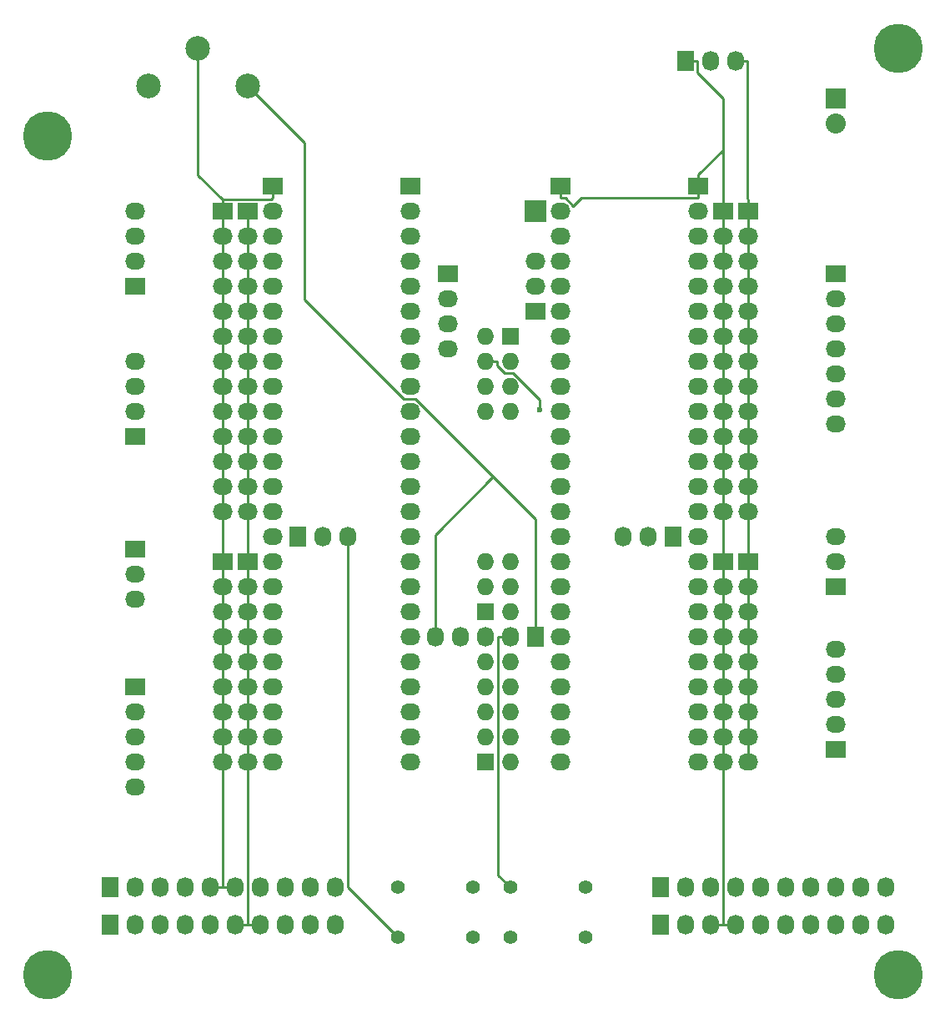
<source format=gbr>
G04 #@! TF.FileFunction,Copper,L1,Top,Signal*
%FSLAX46Y46*%
G04 Gerber Fmt 4.6, Leading zero omitted, Abs format (unit mm)*
G04 Created by KiCad (PCBNEW 4.0.4-stable) date 11/21/16 07:18:24*
%MOMM*%
%LPD*%
G01*
G04 APERTURE LIST*
%ADD10C,0.100000*%
%ADD11C,2.499360*%
%ADD12R,2.032000X1.727200*%
%ADD13O,2.032000X1.727200*%
%ADD14R,1.727200X2.032000*%
%ADD15O,1.727200X2.032000*%
%ADD16R,1.727200X1.727200*%
%ADD17O,1.727200X1.727200*%
%ADD18R,2.235200X2.235200*%
%ADD19R,2.032000X2.032000*%
%ADD20O,2.032000X2.032000*%
%ADD21C,1.397000*%
%ADD22C,5.000000*%
%ADD23C,0.600000*%
%ADD24C,0.250000*%
G04 APERTURE END LIST*
D10*
D11*
X77627440Y-40640020D03*
X82628700Y-36840180D03*
X87629960Y-40640020D03*
D12*
X85090000Y-53340000D03*
D13*
X85090000Y-55880000D03*
X85090000Y-58420000D03*
X85090000Y-60960000D03*
X85090000Y-63500000D03*
X85090000Y-66040000D03*
X85090000Y-68580000D03*
X85090000Y-71120000D03*
X85090000Y-73660000D03*
X85090000Y-76200000D03*
X85090000Y-78740000D03*
X85090000Y-81280000D03*
X85090000Y-83820000D03*
D12*
X85090000Y-88900000D03*
D13*
X85090000Y-91440000D03*
X85090000Y-93980000D03*
X85090000Y-96520000D03*
X85090000Y-99060000D03*
X85090000Y-101600000D03*
X85090000Y-104140000D03*
X85090000Y-106680000D03*
X85090000Y-109220000D03*
D12*
X87630000Y-53340000D03*
D13*
X87630000Y-55880000D03*
X87630000Y-58420000D03*
X87630000Y-60960000D03*
X87630000Y-63500000D03*
X87630000Y-66040000D03*
X87630000Y-68580000D03*
X87630000Y-71120000D03*
X87630000Y-73660000D03*
X87630000Y-76200000D03*
X87630000Y-78740000D03*
X87630000Y-81280000D03*
X87630000Y-83820000D03*
D12*
X87630000Y-88900000D03*
D13*
X87630000Y-91440000D03*
X87630000Y-93980000D03*
X87630000Y-96520000D03*
X87630000Y-99060000D03*
X87630000Y-101600000D03*
X87630000Y-104140000D03*
X87630000Y-106680000D03*
X87630000Y-109220000D03*
D14*
X92710000Y-86360000D03*
D15*
X95250000Y-86360000D03*
X97790000Y-86360000D03*
D14*
X130810000Y-86360000D03*
D15*
X128270000Y-86360000D03*
X125730000Y-86360000D03*
D14*
X132080000Y-38100000D03*
D15*
X134620000Y-38100000D03*
X137160000Y-38100000D03*
D12*
X90170000Y-50800000D03*
D13*
X90170000Y-53340000D03*
X90170000Y-55880000D03*
X90170000Y-58420000D03*
X90170000Y-60960000D03*
X90170000Y-63500000D03*
X90170000Y-66040000D03*
X90170000Y-68580000D03*
X90170000Y-71120000D03*
X90170000Y-73660000D03*
X90170000Y-76200000D03*
X90170000Y-78740000D03*
X90170000Y-81280000D03*
X90170000Y-83820000D03*
X90170000Y-86360000D03*
X90170000Y-88900000D03*
X90170000Y-91440000D03*
X90170000Y-93980000D03*
X90170000Y-96520000D03*
X90170000Y-99060000D03*
X90170000Y-101600000D03*
X90170000Y-104140000D03*
X90170000Y-106680000D03*
X90170000Y-109220000D03*
D12*
X104140000Y-50800000D03*
D13*
X104140000Y-53340000D03*
X104140000Y-55880000D03*
X104140000Y-58420000D03*
X104140000Y-60960000D03*
X104140000Y-63500000D03*
X104140000Y-66040000D03*
X104140000Y-68580000D03*
X104140000Y-71120000D03*
X104140000Y-73660000D03*
X104140000Y-76200000D03*
X104140000Y-78740000D03*
X104140000Y-81280000D03*
X104140000Y-83820000D03*
X104140000Y-86360000D03*
X104140000Y-88900000D03*
X104140000Y-91440000D03*
X104140000Y-93980000D03*
X104140000Y-96520000D03*
X104140000Y-99060000D03*
X104140000Y-101600000D03*
X104140000Y-104140000D03*
X104140000Y-106680000D03*
X104140000Y-109220000D03*
D12*
X76200000Y-87630000D03*
D13*
X76200000Y-90170000D03*
X76200000Y-92710000D03*
D12*
X119380000Y-50800000D03*
D13*
X119380000Y-53340000D03*
X119380000Y-55880000D03*
X119380000Y-58420000D03*
X119380000Y-60960000D03*
X119380000Y-63500000D03*
X119380000Y-66040000D03*
X119380000Y-68580000D03*
X119380000Y-71120000D03*
X119380000Y-73660000D03*
X119380000Y-76200000D03*
X119380000Y-78740000D03*
X119380000Y-81280000D03*
X119380000Y-83820000D03*
X119380000Y-86360000D03*
X119380000Y-88900000D03*
X119380000Y-91440000D03*
X119380000Y-93980000D03*
X119380000Y-96520000D03*
X119380000Y-99060000D03*
X119380000Y-101600000D03*
X119380000Y-104140000D03*
X119380000Y-106680000D03*
X119380000Y-109220000D03*
D12*
X133350000Y-50800000D03*
D13*
X133350000Y-53340000D03*
X133350000Y-55880000D03*
X133350000Y-58420000D03*
X133350000Y-60960000D03*
X133350000Y-63500000D03*
X133350000Y-66040000D03*
X133350000Y-68580000D03*
X133350000Y-71120000D03*
X133350000Y-73660000D03*
X133350000Y-76200000D03*
X133350000Y-78740000D03*
X133350000Y-81280000D03*
X133350000Y-83820000D03*
X133350000Y-86360000D03*
X133350000Y-88900000D03*
X133350000Y-91440000D03*
X133350000Y-93980000D03*
X133350000Y-96520000D03*
X133350000Y-99060000D03*
X133350000Y-101600000D03*
X133350000Y-104140000D03*
X133350000Y-106680000D03*
X133350000Y-109220000D03*
D12*
X135890000Y-53340000D03*
D13*
X135890000Y-55880000D03*
X135890000Y-58420000D03*
X135890000Y-60960000D03*
X135890000Y-63500000D03*
X135890000Y-66040000D03*
X135890000Y-68580000D03*
X135890000Y-71120000D03*
X135890000Y-73660000D03*
X135890000Y-76200000D03*
X135890000Y-78740000D03*
X135890000Y-81280000D03*
X135890000Y-83820000D03*
D12*
X135890000Y-88900000D03*
D13*
X135890000Y-91440000D03*
X135890000Y-93980000D03*
X135890000Y-96520000D03*
X135890000Y-99060000D03*
X135890000Y-101600000D03*
X135890000Y-104140000D03*
X135890000Y-106680000D03*
X135890000Y-109220000D03*
D12*
X138430000Y-53340000D03*
D13*
X138430000Y-55880000D03*
X138430000Y-58420000D03*
X138430000Y-60960000D03*
X138430000Y-63500000D03*
X138430000Y-66040000D03*
X138430000Y-68580000D03*
X138430000Y-71120000D03*
X138430000Y-73660000D03*
X138430000Y-76200000D03*
X138430000Y-78740000D03*
X138430000Y-81280000D03*
X138430000Y-83820000D03*
D12*
X138430000Y-88900000D03*
D13*
X138430000Y-91440000D03*
X138430000Y-93980000D03*
X138430000Y-96520000D03*
X138430000Y-99060000D03*
X138430000Y-101600000D03*
X138430000Y-104140000D03*
X138430000Y-106680000D03*
X138430000Y-109220000D03*
D12*
X116840000Y-63500000D03*
D13*
X116840000Y-60960000D03*
X116840000Y-58420000D03*
D12*
X76200000Y-76200000D03*
D13*
X76200000Y-73660000D03*
X76200000Y-71120000D03*
X76200000Y-68580000D03*
D16*
X114300000Y-66040000D03*
D17*
X111760000Y-66040000D03*
X114300000Y-68580000D03*
X111760000Y-68580000D03*
X114300000Y-71120000D03*
X111760000Y-71120000D03*
X114300000Y-73660000D03*
X111760000Y-73660000D03*
D16*
X111760000Y-93980000D03*
D17*
X114300000Y-93980000D03*
X111760000Y-91440000D03*
X114300000Y-91440000D03*
X111760000Y-88900000D03*
X114300000Y-88900000D03*
D16*
X111760000Y-109220000D03*
D17*
X114300000Y-109220000D03*
X111760000Y-106680000D03*
X114300000Y-106680000D03*
X111760000Y-104140000D03*
X114300000Y-104140000D03*
X111760000Y-101600000D03*
X114300000Y-101600000D03*
X111760000Y-99060000D03*
X114300000Y-99060000D03*
D18*
X116840000Y-53340000D03*
D19*
X147320000Y-41910000D03*
D20*
X147320000Y-44450000D03*
D12*
X147320000Y-59690000D03*
D13*
X147320000Y-62230000D03*
X147320000Y-64770000D03*
X147320000Y-67310000D03*
X147320000Y-69850000D03*
X147320000Y-72390000D03*
X147320000Y-74930000D03*
D12*
X76200000Y-101600000D03*
D13*
X76200000Y-104140000D03*
X76200000Y-106680000D03*
X76200000Y-109220000D03*
X76200000Y-111760000D03*
D14*
X116840000Y-96520000D03*
D15*
X114300000Y-96520000D03*
X111760000Y-96520000D03*
X109220000Y-96520000D03*
X106680000Y-96520000D03*
D12*
X107950000Y-59690000D03*
D13*
X107950000Y-62230000D03*
X107950000Y-64770000D03*
X107950000Y-67310000D03*
D12*
X76200000Y-60960000D03*
D13*
X76200000Y-58420000D03*
X76200000Y-55880000D03*
X76200000Y-53340000D03*
D12*
X147320000Y-107950000D03*
D13*
X147320000Y-105410000D03*
X147320000Y-102870000D03*
X147320000Y-100330000D03*
X147320000Y-97790000D03*
D14*
X73660000Y-121920000D03*
D15*
X76200000Y-121920000D03*
X78740000Y-121920000D03*
X81280000Y-121920000D03*
X83820000Y-121920000D03*
X86360000Y-121920000D03*
X88900000Y-121920000D03*
X91440000Y-121920000D03*
X93980000Y-121920000D03*
X96520000Y-121920000D03*
D14*
X73660000Y-125730000D03*
D15*
X76200000Y-125730000D03*
X78740000Y-125730000D03*
X81280000Y-125730000D03*
X83820000Y-125730000D03*
X86360000Y-125730000D03*
X88900000Y-125730000D03*
X91440000Y-125730000D03*
X93980000Y-125730000D03*
X96520000Y-125730000D03*
D14*
X129540000Y-121920000D03*
D15*
X132080000Y-121920000D03*
X134620000Y-121920000D03*
X137160000Y-121920000D03*
X139700000Y-121920000D03*
X142240000Y-121920000D03*
X144780000Y-121920000D03*
X147320000Y-121920000D03*
X149860000Y-121920000D03*
X152400000Y-121920000D03*
D14*
X129540000Y-125730000D03*
D15*
X132080000Y-125730000D03*
X134620000Y-125730000D03*
X137160000Y-125730000D03*
X139700000Y-125730000D03*
X142240000Y-125730000D03*
X144780000Y-125730000D03*
X147320000Y-125730000D03*
X149860000Y-125730000D03*
X152400000Y-125730000D03*
D21*
X110490000Y-121920000D03*
X110490000Y-127000000D03*
X102870000Y-121920000D03*
X102870000Y-127000000D03*
X121920000Y-121920000D03*
X121920000Y-127000000D03*
X114300000Y-121920000D03*
X114300000Y-127000000D03*
D12*
X147320000Y-91440000D03*
D13*
X147320000Y-88900000D03*
X147320000Y-86360000D03*
D22*
X153670000Y-36830000D03*
X67310000Y-45720000D03*
X67310000Y-130810000D03*
X153670000Y-130810000D03*
D23*
X117347000Y-73487200D03*
D24*
X93392600Y-46402600D02*
X87630000Y-40640000D01*
X93392600Y-62269100D02*
X93392600Y-46402600D01*
X103514000Y-72390000D02*
X93392600Y-62269100D01*
X104705000Y-72390000D02*
X103514000Y-72390000D01*
X112596000Y-80280600D02*
X104705000Y-72390000D01*
X106680000Y-86196100D02*
X106680000Y-96520000D01*
X112596000Y-80280600D02*
X106680000Y-86196100D01*
X116840000Y-84525100D02*
X112596000Y-80280600D01*
X138349000Y-38100000D02*
X137160000Y-38100000D01*
X138349000Y-52070000D02*
X138349000Y-38100000D01*
X138430000Y-52151100D02*
X138349000Y-52070000D01*
X138430000Y-53340000D02*
X138430000Y-52151100D01*
X85090000Y-121920000D02*
X85090000Y-109220000D01*
X85090000Y-88900000D02*
X85090000Y-83820000D01*
X138430000Y-88900000D02*
X138430000Y-83820000D01*
X85090000Y-109220000D02*
X85090000Y-106680000D01*
X138430000Y-109220000D02*
X138430000Y-106680000D01*
X138430000Y-106680000D02*
X138430000Y-104140000D01*
X82628700Y-49689800D02*
X82628700Y-36840200D01*
X85090000Y-52151100D02*
X82628700Y-49689800D01*
X85090000Y-52151000D02*
X85090000Y-52151100D01*
X90007900Y-52151000D02*
X85090000Y-52151000D01*
X90170000Y-51988900D02*
X90007900Y-52151000D01*
X90170000Y-50800000D02*
X90170000Y-51988900D01*
X85090000Y-58420000D02*
X85090000Y-55880000D01*
X138430000Y-60960000D02*
X138430000Y-58420000D01*
X138430000Y-73660000D02*
X138430000Y-71120000D01*
X138430000Y-71120000D02*
X138430000Y-68580000D01*
X138430000Y-68580000D02*
X138430000Y-66040000D01*
X138430000Y-83820000D02*
X138430000Y-81280000D01*
X138430000Y-81280000D02*
X138430000Y-78740000D01*
X138430000Y-104140000D02*
X138430000Y-101600000D01*
X138430000Y-101600000D02*
X138430000Y-99060000D01*
X138430000Y-78740000D02*
X138430000Y-76200000D01*
X138430000Y-76200000D02*
X138430000Y-73660000D01*
X85090000Y-99060000D02*
X85090000Y-96520000D01*
X85090000Y-96520000D02*
X85090000Y-93980000D01*
X85090000Y-63500000D02*
X85090000Y-60960000D01*
X85090000Y-60960000D02*
X85090000Y-58420000D01*
X138430000Y-66040000D02*
X138430000Y-63500000D01*
X138430000Y-63500000D02*
X138430000Y-60960000D01*
X85090000Y-68580000D02*
X85090000Y-66040000D01*
X85090000Y-66040000D02*
X85090000Y-63500000D01*
X138430000Y-93980000D02*
X138430000Y-91440000D01*
X138430000Y-91440000D02*
X138430000Y-88900000D01*
X85090000Y-93980000D02*
X85090000Y-91440000D01*
X85090000Y-91440000D02*
X85090000Y-88900000D01*
X85090000Y-73660000D02*
X85090000Y-71120000D01*
X85090000Y-71120000D02*
X85090000Y-68580000D01*
X138430000Y-99060000D02*
X138430000Y-96520000D01*
X138430000Y-96520000D02*
X138430000Y-93980000D01*
X85090000Y-78740000D02*
X85090000Y-76200000D01*
X85090000Y-76200000D02*
X85090000Y-73660000D01*
X85090000Y-83820000D02*
X85090000Y-81280000D01*
X85090000Y-81280000D02*
X85090000Y-78740000D01*
X86360000Y-121920000D02*
X85090000Y-121920000D01*
X85090000Y-121920000D02*
X83820000Y-121920000D01*
X138430000Y-58420000D02*
X138430000Y-55880000D01*
X138430000Y-55880000D02*
X138430000Y-53340000D01*
X85090000Y-55880000D02*
X85090000Y-53340000D01*
X85090000Y-53340000D02*
X85090000Y-52151100D01*
X85090000Y-106680000D02*
X85090000Y-104140000D01*
X85090000Y-104140000D02*
X85090000Y-101600000D01*
X85090000Y-101600000D02*
X85090000Y-99060000D01*
X87630000Y-125730000D02*
X87630000Y-109220000D01*
X135890000Y-125730000D02*
X135890000Y-109220000D01*
X120731000Y-52819700D02*
X119900000Y-51988900D01*
X121562000Y-51988900D02*
X120731000Y-52819700D01*
X133350000Y-51988900D02*
X121562000Y-51988900D01*
X133350000Y-50800000D02*
X133350000Y-51988900D01*
X87630000Y-88900000D02*
X87630000Y-83820000D01*
X135890000Y-88900000D02*
X135890000Y-83820000D01*
X87630000Y-109220000D02*
X87630000Y-106680000D01*
X135890000Y-109220000D02*
X135890000Y-106680000D01*
X135890000Y-106680000D02*
X135890000Y-104140000D01*
X135890000Y-104140000D02*
X135890000Y-101600000D01*
X135890000Y-101600000D02*
X135890000Y-99060000D01*
X135890000Y-73660000D02*
X135890000Y-71120000D01*
X135890000Y-71120000D02*
X135890000Y-68580000D01*
X135890000Y-68580000D02*
X135890000Y-66040000D01*
X135890000Y-83820000D02*
X135890000Y-81280000D01*
X135890000Y-81280000D02*
X135890000Y-78740000D01*
X135890000Y-78740000D02*
X135890000Y-76200000D01*
X135890000Y-76200000D02*
X135890000Y-73660000D01*
X135890000Y-99060000D02*
X135890000Y-96520000D01*
X135890000Y-96520000D02*
X135890000Y-93980000D01*
X87630000Y-63500000D02*
X87630000Y-60960000D01*
X135890000Y-66040000D02*
X135890000Y-63500000D01*
X135890000Y-63500000D02*
X135890000Y-60960000D01*
X87630000Y-68580000D02*
X87630000Y-66040000D01*
X87630000Y-66040000D02*
X87630000Y-63500000D01*
X135890000Y-93980000D02*
X135890000Y-91440000D01*
X135890000Y-91440000D02*
X135890000Y-88900000D01*
X87630000Y-93980000D02*
X87630000Y-91440000D01*
X87630000Y-91440000D02*
X87630000Y-88900000D01*
X87630000Y-73660000D02*
X87630000Y-71120000D01*
X87630000Y-71120000D02*
X87630000Y-68580000D01*
X87630000Y-78740000D02*
X87630000Y-76200000D01*
X87630000Y-76200000D02*
X87630000Y-73660000D01*
X87630000Y-83820000D02*
X87630000Y-81280000D01*
X87630000Y-81280000D02*
X87630000Y-78740000D01*
X88900000Y-125730000D02*
X87630000Y-125730000D01*
X87630000Y-125730000D02*
X86360000Y-125730000D01*
X137160000Y-125730000D02*
X135890000Y-125730000D01*
X135890000Y-125730000D02*
X134620000Y-125730000D01*
X135890000Y-60960000D02*
X135890000Y-58420000D01*
X87630000Y-101600000D02*
X87630000Y-99060000D01*
X87630000Y-106680000D02*
X87630000Y-104140000D01*
X87630000Y-104140000D02*
X87630000Y-101600000D01*
X87630000Y-99060000D02*
X87630000Y-96520000D01*
X87630000Y-96520000D02*
X87630000Y-93980000D01*
X135890000Y-58420000D02*
X135890000Y-55880000D01*
X135890000Y-55880000D02*
X135890000Y-53340000D01*
X87630000Y-60960000D02*
X87630000Y-58420000D01*
X87630000Y-58420000D02*
X87630000Y-55880000D01*
X87630000Y-55880000D02*
X87630000Y-53340000D01*
X135890000Y-41910000D02*
X135890000Y-47143100D01*
X133269000Y-39288900D02*
X135890000Y-41910000D01*
X133269000Y-38100000D02*
X133269000Y-39288900D01*
X132080000Y-38100000D02*
X133269000Y-38100000D01*
X135890000Y-47143100D02*
X135890000Y-53340000D01*
X133422000Y-49611100D02*
X133350000Y-49611100D01*
X135890000Y-47143100D02*
X133422000Y-49611100D01*
X133350000Y-50800000D02*
X133350000Y-49611100D01*
X97790000Y-121920000D02*
X102870000Y-127000000D01*
X97790000Y-86360000D02*
X97790000Y-121920000D01*
X117347000Y-72484900D02*
X117347000Y-73487200D01*
X114631000Y-69768900D02*
X117347000Y-72484900D01*
X113766000Y-69768900D02*
X114631000Y-69768900D01*
X112949000Y-68951600D02*
X113766000Y-69768900D01*
X112949000Y-68580000D02*
X112949000Y-68951600D01*
X111760000Y-68580000D02*
X112949000Y-68580000D01*
X116840000Y-96520000D02*
X116840000Y-84525100D01*
X113111000Y-120731000D02*
X114300000Y-121920000D01*
X113111000Y-96520000D02*
X113111000Y-120731000D01*
X114300000Y-96520000D02*
X113111000Y-96520000D01*
X119380000Y-51988900D02*
X119380000Y-50800000D01*
X119900000Y-51988900D02*
X119380000Y-51988900D01*
M02*

</source>
